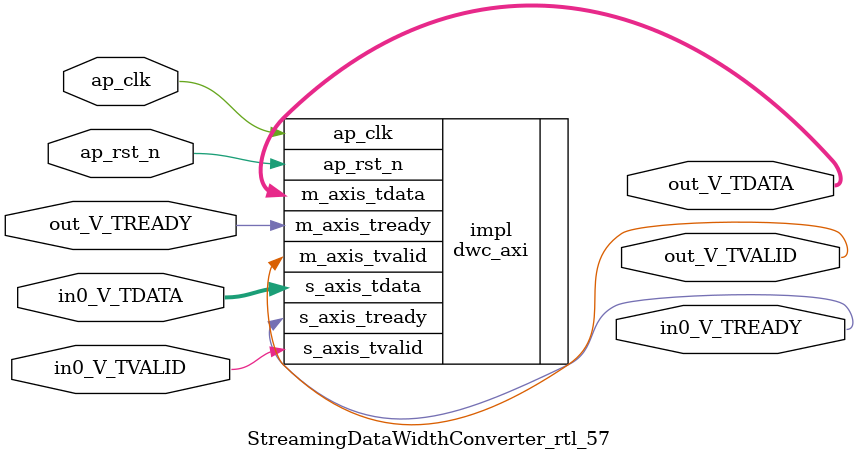
<source format=v>
/******************************************************************************
 * Copyright (C) 2023, Advanced Micro Devices, Inc.
 * All rights reserved.
 *
 * Redistribution and use in source and binary forms, with or without
 * modification, are permitted provided that the following conditions are met:
 *
 *  1. Redistributions of source code must retain the above copyright notice,
 *     this list of conditions and the following disclaimer.
 *
 *  2. Redistributions in binary form must reproduce the above copyright
 *     notice, this list of conditions and the following disclaimer in the
 *     documentation and/or other materials provided with the distribution.
 *
 *  3. Neither the name of the copyright holder nor the names of its
 *     contributors may be used to endorse or promote products derived from
 *     this software without specific prior written permission.
 *
 * THIS SOFTWARE IS PROVIDED BY THE COPYRIGHT HOLDERS AND CONTRIBUTORS "AS IS"
 * AND ANY EXPRESS OR IMPLIED WARRANTIES, INCLUDING, BUT NOT LIMITED TO,
 * THE IMPLIED WARRANTIES OF MERCHANTABILITY AND FITNESS FOR A PARTICULAR
 * PURPOSE ARE DISCLAIMED. IN NO EVENT SHALL THE COPYRIGHT HOLDER OR
 * CONTRIBUTORS BE LIABLE FOR ANY DIRECT, INDIRECT, INCIDENTAL, SPECIAL,
 * EXEMPLARY, OR CONSEQUENTIAL DAMAGES (INCLUDING, BUT NOT LIMITED TO,
 * PROCUREMENT OF SUBSTITUTE GOODS OR SERVICES; LOSS OF USE, DATA, OR PROFITS;
 * OR BUSINESS INTERRUPTION). HOWEVER CAUSED AND ON ANY THEORY OF LIABILITY,
 * WHETHER IN CONTRACT, STRICT LIABILITY, OR TORT (INCLUDING NEGLIGENCE OR
 * OTHERWISE) ARISING IN ANY WAY OUT OF THE USE OF THIS SOFTWARE, EVEN IF
 * ADVISED OF THE POSSIBILITY OF SUCH DAMAGE.
 *****************************************************************************/

module StreamingDataWidthConverter_rtl_57 #(
	parameter  IBITS = 4,
	parameter  OBITS = 256,

	parameter  AXI_IBITS = (IBITS+7)/8 * 8,
	parameter  AXI_OBITS = (OBITS+7)/8 * 8
)(
	//- Global Control ------------------
	(* X_INTERFACE_INFO = "xilinx.com:signal:clock:1.0 ap_clk CLK" *)
	(* X_INTERFACE_PARAMETER = "ASSOCIATED_BUSIF in0_V:out_V, ASSOCIATED_RESET ap_rst_n" *)
	input	ap_clk,
	(* X_INTERFACE_PARAMETER = "POLARITY ACTIVE_LOW" *)
	input	ap_rst_n,

	//- AXI Stream - Input --------------
	output	in0_V_TREADY,
	input	in0_V_TVALID,
	input	[AXI_IBITS-1:0]  in0_V_TDATA,

	//- AXI Stream - Output -------------
	input	out_V_TREADY,
	output	out_V_TVALID,
	output	[AXI_OBITS-1:0]  out_V_TDATA
);

	dwc_axi #(
		.IBITS(IBITS),
		.OBITS(OBITS)
	) impl (
		.ap_clk(ap_clk),
		.ap_rst_n(ap_rst_n),
		.s_axis_tready(in0_V_TREADY),
		.s_axis_tvalid(in0_V_TVALID),
		.s_axis_tdata(in0_V_TDATA),
		.m_axis_tready(out_V_TREADY),
		.m_axis_tvalid(out_V_TVALID),
		.m_axis_tdata(out_V_TDATA)
	);

endmodule

</source>
